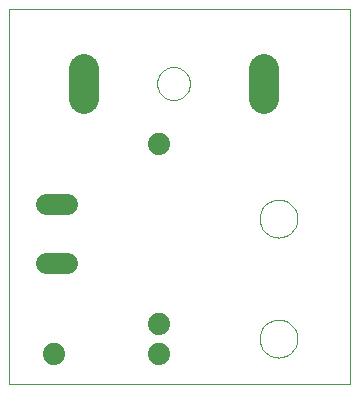
<source format=gtl>
G75*
%MOIN*%
%OFA0B0*%
%FSLAX24Y24*%
%IPPOS*%
%LPD*%
%AMOC8*
5,1,8,0,0,1.08239X$1,22.5*
%
%ADD10C,0.0000*%
%ADD11C,0.0700*%
%ADD12C,0.0740*%
%ADD13C,0.1000*%
D10*
X000100Y000550D02*
X000100Y013046D01*
X011470Y013046D01*
X011470Y000550D01*
X000100Y000550D01*
X005050Y010550D02*
X005052Y010597D01*
X005058Y010643D01*
X005068Y010689D01*
X005081Y010733D01*
X005099Y010777D01*
X005120Y010818D01*
X005144Y010858D01*
X005172Y010896D01*
X005203Y010931D01*
X005237Y010963D01*
X005273Y010992D01*
X005312Y011018D01*
X005352Y011041D01*
X005395Y011060D01*
X005439Y011076D01*
X005484Y011088D01*
X005530Y011096D01*
X005577Y011100D01*
X005623Y011100D01*
X005670Y011096D01*
X005716Y011088D01*
X005761Y011076D01*
X005805Y011060D01*
X005848Y011041D01*
X005888Y011018D01*
X005927Y010992D01*
X005963Y010963D01*
X005997Y010931D01*
X006028Y010896D01*
X006056Y010858D01*
X006080Y010818D01*
X006101Y010777D01*
X006119Y010733D01*
X006132Y010689D01*
X006142Y010643D01*
X006148Y010597D01*
X006150Y010550D01*
X006148Y010503D01*
X006142Y010457D01*
X006132Y010411D01*
X006119Y010367D01*
X006101Y010323D01*
X006080Y010282D01*
X006056Y010242D01*
X006028Y010204D01*
X005997Y010169D01*
X005963Y010137D01*
X005927Y010108D01*
X005888Y010082D01*
X005848Y010059D01*
X005805Y010040D01*
X005761Y010024D01*
X005716Y010012D01*
X005670Y010004D01*
X005623Y010000D01*
X005577Y010000D01*
X005530Y010004D01*
X005484Y010012D01*
X005439Y010024D01*
X005395Y010040D01*
X005352Y010059D01*
X005312Y010082D01*
X005273Y010108D01*
X005237Y010137D01*
X005203Y010169D01*
X005172Y010204D01*
X005144Y010242D01*
X005120Y010282D01*
X005099Y010323D01*
X005081Y010367D01*
X005068Y010411D01*
X005058Y010457D01*
X005052Y010503D01*
X005050Y010550D01*
X008470Y006050D02*
X008472Y006100D01*
X008478Y006150D01*
X008488Y006199D01*
X008502Y006247D01*
X008519Y006294D01*
X008540Y006339D01*
X008565Y006383D01*
X008593Y006424D01*
X008625Y006463D01*
X008659Y006500D01*
X008696Y006534D01*
X008736Y006564D01*
X008778Y006591D01*
X008822Y006615D01*
X008868Y006636D01*
X008915Y006652D01*
X008963Y006665D01*
X009013Y006674D01*
X009062Y006679D01*
X009113Y006680D01*
X009163Y006677D01*
X009212Y006670D01*
X009261Y006659D01*
X009309Y006644D01*
X009355Y006626D01*
X009400Y006604D01*
X009443Y006578D01*
X009484Y006549D01*
X009523Y006517D01*
X009559Y006482D01*
X009591Y006444D01*
X009621Y006404D01*
X009648Y006361D01*
X009671Y006317D01*
X009690Y006271D01*
X009706Y006223D01*
X009718Y006174D01*
X009726Y006125D01*
X009730Y006075D01*
X009730Y006025D01*
X009726Y005975D01*
X009718Y005926D01*
X009706Y005877D01*
X009690Y005829D01*
X009671Y005783D01*
X009648Y005739D01*
X009621Y005696D01*
X009591Y005656D01*
X009559Y005618D01*
X009523Y005583D01*
X009484Y005551D01*
X009443Y005522D01*
X009400Y005496D01*
X009355Y005474D01*
X009309Y005456D01*
X009261Y005441D01*
X009212Y005430D01*
X009163Y005423D01*
X009113Y005420D01*
X009062Y005421D01*
X009013Y005426D01*
X008963Y005435D01*
X008915Y005448D01*
X008868Y005464D01*
X008822Y005485D01*
X008778Y005509D01*
X008736Y005536D01*
X008696Y005566D01*
X008659Y005600D01*
X008625Y005637D01*
X008593Y005676D01*
X008565Y005717D01*
X008540Y005761D01*
X008519Y005806D01*
X008502Y005853D01*
X008488Y005901D01*
X008478Y005950D01*
X008472Y006000D01*
X008470Y006050D01*
X008470Y002050D02*
X008472Y002100D01*
X008478Y002150D01*
X008488Y002199D01*
X008502Y002247D01*
X008519Y002294D01*
X008540Y002339D01*
X008565Y002383D01*
X008593Y002424D01*
X008625Y002463D01*
X008659Y002500D01*
X008696Y002534D01*
X008736Y002564D01*
X008778Y002591D01*
X008822Y002615D01*
X008868Y002636D01*
X008915Y002652D01*
X008963Y002665D01*
X009013Y002674D01*
X009062Y002679D01*
X009113Y002680D01*
X009163Y002677D01*
X009212Y002670D01*
X009261Y002659D01*
X009309Y002644D01*
X009355Y002626D01*
X009400Y002604D01*
X009443Y002578D01*
X009484Y002549D01*
X009523Y002517D01*
X009559Y002482D01*
X009591Y002444D01*
X009621Y002404D01*
X009648Y002361D01*
X009671Y002317D01*
X009690Y002271D01*
X009706Y002223D01*
X009718Y002174D01*
X009726Y002125D01*
X009730Y002075D01*
X009730Y002025D01*
X009726Y001975D01*
X009718Y001926D01*
X009706Y001877D01*
X009690Y001829D01*
X009671Y001783D01*
X009648Y001739D01*
X009621Y001696D01*
X009591Y001656D01*
X009559Y001618D01*
X009523Y001583D01*
X009484Y001551D01*
X009443Y001522D01*
X009400Y001496D01*
X009355Y001474D01*
X009309Y001456D01*
X009261Y001441D01*
X009212Y001430D01*
X009163Y001423D01*
X009113Y001420D01*
X009062Y001421D01*
X009013Y001426D01*
X008963Y001435D01*
X008915Y001448D01*
X008868Y001464D01*
X008822Y001485D01*
X008778Y001509D01*
X008736Y001536D01*
X008696Y001566D01*
X008659Y001600D01*
X008625Y001637D01*
X008593Y001676D01*
X008565Y001717D01*
X008540Y001761D01*
X008519Y001806D01*
X008502Y001853D01*
X008488Y001901D01*
X008478Y001950D01*
X008472Y002000D01*
X008470Y002050D01*
D11*
X002056Y004566D02*
X001356Y004566D01*
X001356Y006534D02*
X002056Y006534D01*
D12*
X005100Y008550D03*
X005100Y002550D03*
X005100Y001550D03*
X001600Y001550D03*
D13*
X002600Y010050D02*
X002600Y011050D01*
X008600Y011050D02*
X008600Y010050D01*
M02*

</source>
